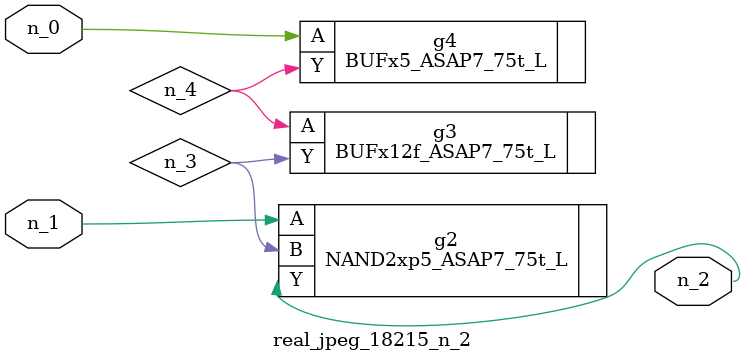
<source format=v>
module real_jpeg_18215_n_2 (n_1, n_0, n_2);

input n_1;
input n_0;

output n_2;

wire n_4;
wire n_3;

BUFx5_ASAP7_75t_L g4 ( 
.A(n_0),
.Y(n_4)
);

NAND2xp5_ASAP7_75t_L g2 ( 
.A(n_1),
.B(n_3),
.Y(n_2)
);

BUFx12f_ASAP7_75t_L g3 ( 
.A(n_4),
.Y(n_3)
);


endmodule
</source>
